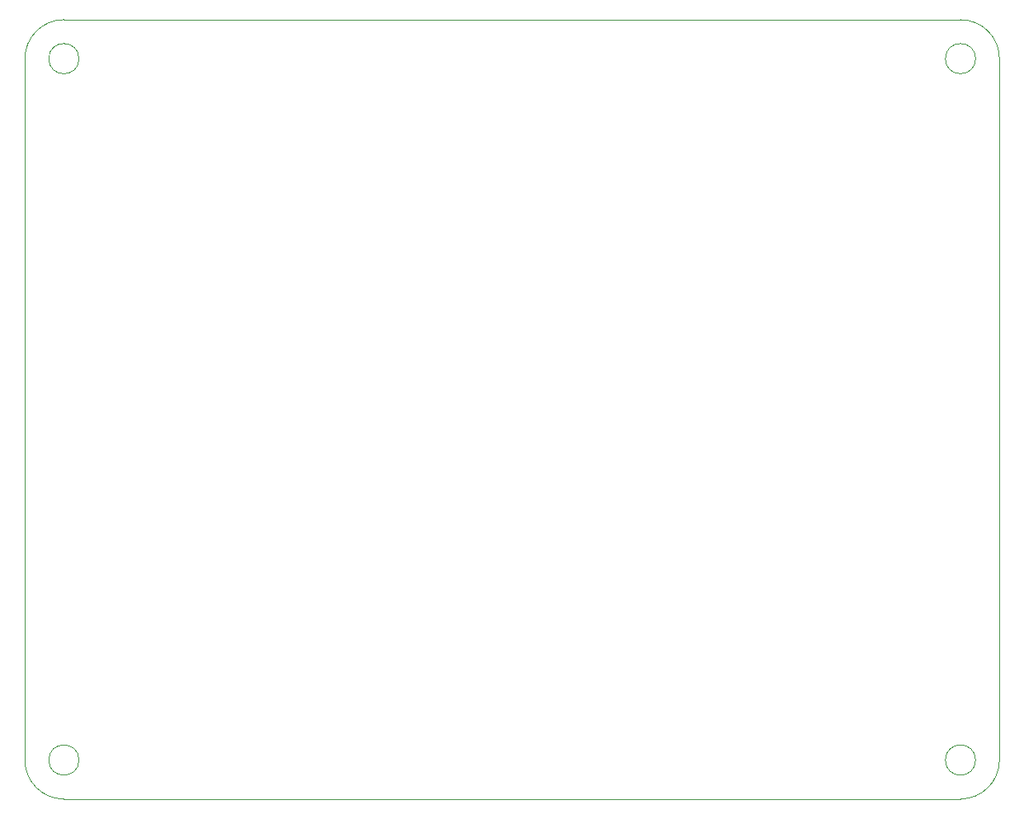
<source format=gko>
%FSLAX25Y25*%
%MOIN*%
G70*
G01*
G75*
G04 Layer_Color=16711935*
%ADD10C,0.00787*%
%ADD11R,0.02362X0.03543*%
%ADD12R,0.03543X0.02362*%
%ADD13R,0.07087X0.03543*%
%ADD14R,0.15354X0.07087*%
%ADD15R,0.21654X0.05118*%
%ADD16R,0.02756X0.02362*%
%ADD17R,0.03937X0.06693*%
%ADD18R,0.02165X0.00984*%
%ADD19R,0.02362X0.02756*%
%ADD20R,0.03827X0.03158*%
%ADD21R,0.06693X0.06693*%
%ADD22R,0.03150X0.01181*%
%ADD23R,0.01181X0.03150*%
%ADD24R,0.06102X0.02362*%
%ADD25R,0.03543X0.05906*%
%ADD26R,0.05906X0.03543*%
%ADD27R,0.19685X0.19685*%
%ADD28R,0.06693X0.14567*%
%ADD29R,0.07087X0.29528*%
%ADD30R,0.03937X0.03543*%
%ADD31R,0.01575X0.03150*%
%ADD32R,0.15354X0.24410*%
%ADD33R,0.12992X0.17323*%
%ADD34R,0.07087X0.15354*%
%ADD35R,0.05118X0.21654*%
%ADD36C,0.03150*%
%ADD37R,0.04921X0.04803*%
%ADD38R,0.02756X0.05118*%
%ADD39R,0.04724X0.13386*%
%ADD40R,0.02362X0.04134*%
%ADD41C,0.02362*%
%ADD42C,0.02559*%
%ADD43C,0.01181*%
%ADD44C,0.00984*%
%ADD45C,0.03543*%
%ADD46C,0.01575*%
%ADD47C,0.03150*%
%ADD48C,0.04724*%
%ADD49C,0.02756*%
%ADD50C,0.02165*%
%ADD51C,0.01772*%
%ADD52R,0.06200X0.09744*%
%ADD53R,0.06200X0.17300*%
%ADD54R,0.04035X0.13976*%
%ADD55R,0.13976X0.04035*%
%ADD56C,0.07874*%
%ADD57C,0.06299*%
%ADD58C,0.03543*%
%ADD59C,0.09055*%
%ADD60O,0.15748X0.29134*%
%ADD61C,0.11811*%
%ADD62C,0.02559*%
%ADD63C,0.04000*%
%ADD64C,0.10630*%
%ADD65C,0.06693*%
%ADD66C,0.12008*%
%ADD67O,0.18504X0.31890*%
%ADD68C,0.14567*%
%ADD69C,0.03543*%
%ADD70C,0.01969*%
%ADD71R,0.19685X0.11811*%
%ADD72R,0.11811X0.19685*%
%ADD73R,0.03937X0.03937*%
%ADD74R,0.19685X0.19685*%
%ADD75R,0.17421X0.08465*%
%ADD76R,0.17815X0.04429*%
%ADD77R,0.17815X0.04429*%
%ADD78R,0.17421X0.08465*%
%ADD79R,0.17815X0.04429*%
%ADD80R,0.17421X0.08465*%
%ADD81R,0.17421X0.08465*%
%ADD82R,0.17815X0.04429*%
%ADD83R,0.04429X0.17815*%
%ADD84R,0.04429X0.17815*%
%ADD85R,0.04429X0.16043*%
%ADD86R,0.17913X0.15157*%
%ADD87C,0.01000*%
%ADD88C,0.00100*%
%ADD89C,0.00394*%
%ADD90R,0.06299X0.06299*%
%ADD91R,0.15748X0.15748*%
%ADD92R,0.02756X0.03937*%
%ADD93R,0.03937X0.02756*%
%ADD94R,0.07480X0.03937*%
%ADD95R,0.15748X0.07480*%
%ADD96R,0.22047X0.05512*%
%ADD97R,0.03150X0.02756*%
%ADD98R,0.04331X0.07087*%
%ADD99R,0.02559X0.01378*%
%ADD100R,0.02756X0.03150*%
%ADD101R,0.04221X0.03551*%
%ADD102R,0.07087X0.07087*%
%ADD103R,0.03543X0.01575*%
%ADD104R,0.01575X0.03543*%
%ADD105R,0.06496X0.02756*%
%ADD106R,0.03937X0.06299*%
%ADD107R,0.06299X0.03937*%
%ADD108R,0.20079X0.20079*%
%ADD109R,0.07087X0.14961*%
%ADD110R,0.07480X0.29921*%
%ADD111R,0.04331X0.03937*%
%ADD112R,0.01969X0.03543*%
%ADD113R,0.15748X0.24803*%
%ADD114R,0.13386X0.17716*%
%ADD115R,0.07480X0.15748*%
%ADD116R,0.05512X0.22047*%
%ADD117R,0.05315X0.05197*%
%ADD118R,0.03150X0.05512*%
%ADD119R,0.05118X0.13780*%
%ADD120R,0.02756X0.04528*%
%ADD121C,0.08268*%
%ADD122C,0.03937*%
%ADD123C,0.09449*%
%ADD124O,0.16142X0.29528*%
%ADD125C,0.12205*%
%ADD126C,0.09843*%
%ADD127R,0.20079X0.12205*%
%ADD128R,0.12205X0.20079*%
%ADD129R,0.04331X0.04331*%
%ADD130R,0.20079X0.20079*%
%ADD131R,0.02378X0.08500*%
%ADD132R,0.14100X0.03100*%
%ADD133R,0.14100X0.04200*%
%ADD134R,0.12822X0.05000*%
%ADD135R,0.01778X0.31300*%
%ADD136R,0.16600X0.02800*%
%ADD137R,0.02572X0.12400*%
%ADD138R,0.18550X0.00900*%
D89*
X-175000Y141732D02*
G03*
X-175000Y141732I-6102J0D01*
G01*
X187205D02*
G03*
X187205Y141732I-6102J0D01*
G01*
X-175000Y-141732D02*
G03*
X-175000Y-141732I-6102J0D01*
G01*
X187205D02*
G03*
X187205Y-141732I-6102J0D01*
G01*
X196851Y141732D02*
G03*
X181103Y157480I-15748J0D01*
G01*
Y-157480D02*
G03*
X196851Y-141732I0J15748D01*
G01*
X-196851D02*
G03*
X-181102Y-157480I15748J0D01*
G01*
Y157480D02*
G03*
X-196851Y141732I0J-15748D01*
G01*
X-181102Y-157480D02*
X181102D01*
X-196850Y-141732D02*
Y141733D01*
X-181102Y157481D02*
X181102D01*
X196851Y-141732D02*
Y141733D01*
M02*

</source>
